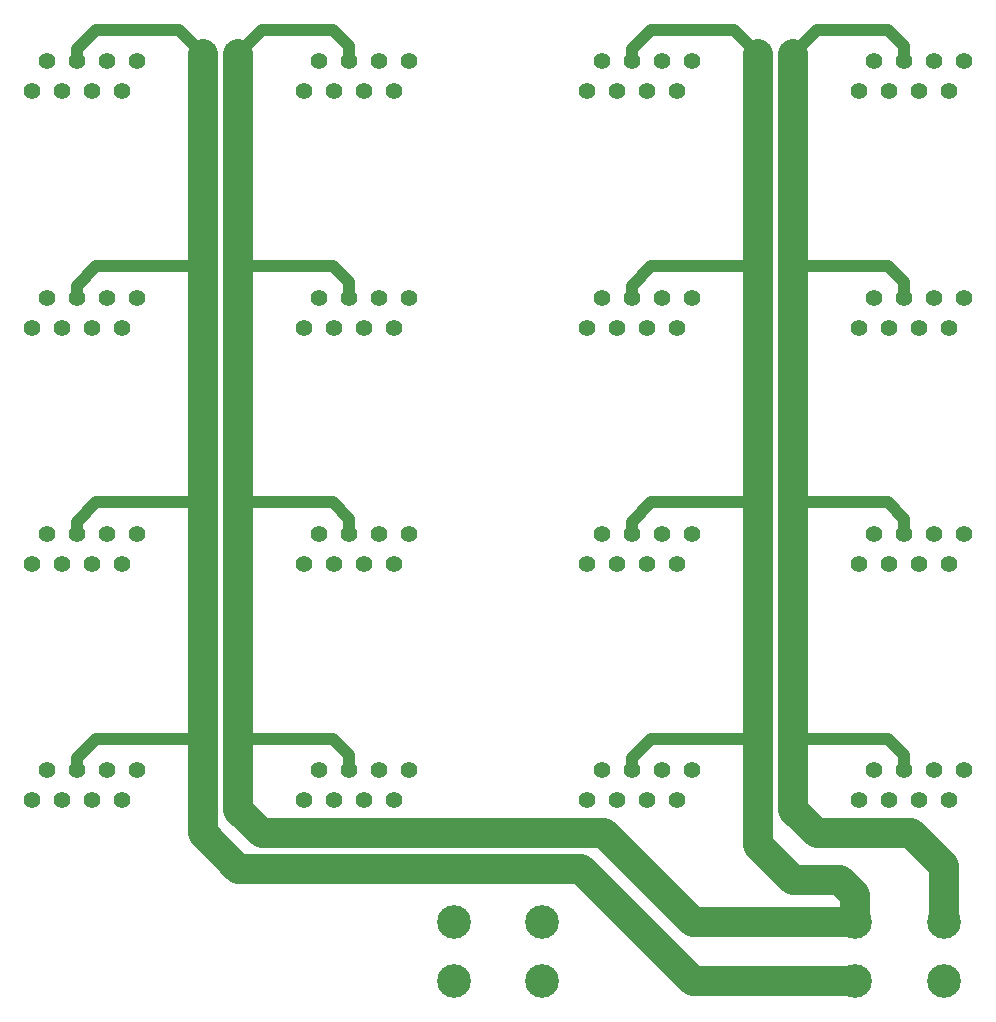
<source format=gbr>
G04 EAGLE Gerber RS-274X export*
G75*
%MOMM*%
%FSLAX34Y34*%
%LPD*%
%INBottom Copper*%
%IPPOS*%
%AMOC8*
5,1,8,0,0,1.08239X$1,22.5*%
G01*
%ADD10C,2.850000*%
%ADD11C,1.408000*%
%ADD12C,2.540000*%
%ADD13C,1.000000*%


D10*
X802500Y75000D03*
X802500Y125000D03*
X877500Y75000D03*
X877500Y125000D03*
D11*
X348250Y253500D03*
X373650Y253500D03*
X399050Y253500D03*
X424450Y253500D03*
X411750Y228100D03*
X386350Y228100D03*
X360950Y228100D03*
X335550Y228100D03*
X348250Y853500D03*
X373650Y853500D03*
X399050Y853500D03*
X424450Y853500D03*
X411750Y828100D03*
X386350Y828100D03*
X360950Y828100D03*
X335550Y828100D03*
X118250Y853500D03*
X143650Y853500D03*
X169050Y853500D03*
X194450Y853500D03*
X181750Y828100D03*
X156350Y828100D03*
X130950Y828100D03*
X105550Y828100D03*
D10*
X462500Y75000D03*
X462500Y125000D03*
X537500Y75000D03*
X537500Y125000D03*
D11*
X588250Y253500D03*
X613650Y253500D03*
X639050Y253500D03*
X664450Y253500D03*
X651750Y228100D03*
X626350Y228100D03*
X600950Y228100D03*
X575550Y228100D03*
X118250Y253500D03*
X143650Y253500D03*
X169050Y253500D03*
X194450Y253500D03*
X181750Y228100D03*
X156350Y228100D03*
X130950Y228100D03*
X105550Y228100D03*
X348250Y653500D03*
X373650Y653500D03*
X399050Y653500D03*
X424450Y653500D03*
X411750Y628100D03*
X386350Y628100D03*
X360950Y628100D03*
X335550Y628100D03*
X348250Y453500D03*
X373650Y453500D03*
X399050Y453500D03*
X424450Y453500D03*
X411750Y428100D03*
X386350Y428100D03*
X360950Y428100D03*
X335550Y428100D03*
X588250Y453500D03*
X613650Y453500D03*
X639050Y453500D03*
X664450Y453500D03*
X651750Y428100D03*
X626350Y428100D03*
X600950Y428100D03*
X575550Y428100D03*
X118250Y453500D03*
X143650Y453500D03*
X169050Y453500D03*
X194450Y453500D03*
X181750Y428100D03*
X156350Y428100D03*
X130950Y428100D03*
X105550Y428100D03*
X118250Y653500D03*
X143650Y653500D03*
X169050Y653500D03*
X194450Y653500D03*
X181750Y628100D03*
X156350Y628100D03*
X130950Y628100D03*
X105550Y628100D03*
X588250Y653500D03*
X613650Y653500D03*
X639050Y653500D03*
X664450Y653500D03*
X651750Y628100D03*
X626350Y628100D03*
X600950Y628100D03*
X575550Y628100D03*
X588250Y853500D03*
X613650Y853500D03*
X639050Y853500D03*
X664450Y853500D03*
X651750Y828100D03*
X626350Y828100D03*
X600950Y828100D03*
X575550Y828100D03*
X818250Y253500D03*
X843650Y253500D03*
X869050Y253500D03*
X894450Y253500D03*
X881750Y228100D03*
X856350Y228100D03*
X830950Y228100D03*
X805550Y228100D03*
X818250Y453500D03*
X843650Y453500D03*
X869050Y453500D03*
X894450Y453500D03*
X881750Y428100D03*
X856350Y428100D03*
X830950Y428100D03*
X805550Y428100D03*
X818250Y653500D03*
X843650Y653500D03*
X869050Y653500D03*
X894450Y653500D03*
X881750Y628100D03*
X856350Y628100D03*
X830950Y628100D03*
X805550Y628100D03*
X818250Y853500D03*
X843650Y853500D03*
X869050Y853500D03*
X894450Y853500D03*
X881750Y828100D03*
X856350Y828100D03*
X830950Y828100D03*
X805550Y828100D03*
D12*
X250000Y200000D02*
X280000Y170000D01*
X250000Y200000D02*
X250000Y280000D01*
X250000Y480000D01*
X250000Y680000D01*
X250000Y860000D01*
D13*
X230000Y880000D01*
X160000Y880000D02*
X143650Y863650D01*
X143650Y853500D01*
D12*
X280000Y170000D02*
X570000Y170000D01*
D13*
X230000Y880000D02*
X160000Y880000D01*
X143650Y663650D02*
X143650Y653500D01*
X143650Y663650D02*
X160000Y680000D01*
X250000Y680000D01*
X143650Y463650D02*
X143650Y453500D01*
X143650Y463650D02*
X160000Y480000D01*
X250000Y480000D01*
X143650Y263650D02*
X143650Y253500D01*
X143650Y263650D02*
X160000Y280000D01*
X250000Y280000D01*
D12*
X665000Y75000D02*
X802500Y75000D01*
X665000Y75000D02*
X570000Y170000D01*
X665000Y125000D02*
X802500Y125000D01*
X665000Y125000D02*
X590000Y200000D01*
X300000Y200000D01*
X280000Y220000D01*
X280000Y280000D01*
X280000Y480000D01*
X280000Y680000D01*
X280000Y860000D01*
D13*
X300000Y880000D01*
X360000Y880000D01*
X373650Y866350D01*
X373650Y853500D01*
X373650Y666350D02*
X373650Y653500D01*
X373650Y666350D02*
X360000Y680000D01*
X280000Y680000D01*
X373650Y466350D02*
X373650Y453500D01*
X373650Y466350D02*
X360000Y480000D01*
X280000Y480000D01*
X373650Y266350D02*
X373650Y253500D01*
X373650Y266350D02*
X360000Y280000D01*
X280000Y280000D01*
D12*
X802500Y147500D02*
X802500Y125000D01*
X802500Y147500D02*
X790000Y160000D01*
X750000Y160000D01*
X720000Y190000D01*
X720000Y280000D01*
X720000Y480000D01*
X720000Y680000D01*
X720000Y860000D01*
D13*
X700000Y880000D01*
X630000Y880000D02*
X613650Y863650D01*
X613650Y853500D01*
X630000Y880000D02*
X700000Y880000D01*
X613650Y663650D02*
X613650Y653500D01*
X613650Y663650D02*
X630000Y680000D01*
X720000Y680000D01*
X613650Y463650D02*
X613650Y453500D01*
X613650Y463650D02*
X630000Y480000D01*
X720000Y480000D01*
X613650Y263650D02*
X613650Y253500D01*
X613650Y263650D02*
X630000Y280000D01*
X720000Y280000D01*
D12*
X877500Y172500D02*
X877500Y125000D01*
X770000Y200000D02*
X750000Y220000D01*
X750000Y280000D01*
X750000Y480000D01*
X750000Y680000D01*
X750000Y860000D01*
D13*
X770000Y880000D01*
X830000Y880000D02*
X843650Y866350D01*
X843650Y853500D01*
D12*
X850000Y200000D02*
X877500Y172500D01*
X850000Y200000D02*
X770000Y200000D01*
D13*
X770000Y880000D02*
X830000Y880000D01*
X843650Y666350D02*
X843650Y653500D01*
X843650Y666350D02*
X830000Y680000D01*
X750000Y680000D01*
X843650Y466350D02*
X843650Y453500D01*
X843650Y466350D02*
X830000Y480000D01*
X750000Y480000D01*
X843650Y266350D02*
X843650Y253500D01*
X843650Y266350D02*
X830000Y280000D01*
X750000Y280000D01*
M02*

</source>
